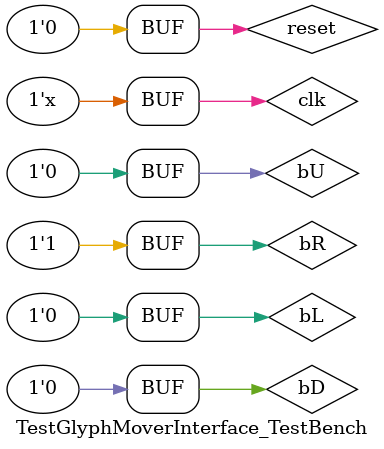
<source format=v>
`timescale 1ns / 1ps


module TestGlyphMoverInterface_TestBench;

	// Inputs
	reg clk;
	reg reset;
	reg bR;
	reg bL;
	reg bU;
	reg bD;

	// Outputs
	wire hSync;
	wire vSync;
	wire [7:0] rgb;

	// Instantiate the Unit Under Test (UUT)
	TestGlyphMoverInterface uut (
		.clk(clk), 
		.reset(reset), 
		.bR(bR), 
		.bL(bL), 
		.bU(bU), 
		.bD(bD), 
		.hSync(hSync), 
		.vSync(vSync), 
		.rgb(rgb)
	);

	initial begin
		// Initialize Inputs
		clk = 0;
		reset = 1;
		bR = 0;
		bL = 0;
		bU = 0;
		bD = 0;

		// Wait 10 ns for global reset to finish
		#10;
		reset = 0;
        
		// Add stimulus here
		bR = 1;
	end
	always #1 clk = ~clk;
      
endmodule


</source>
